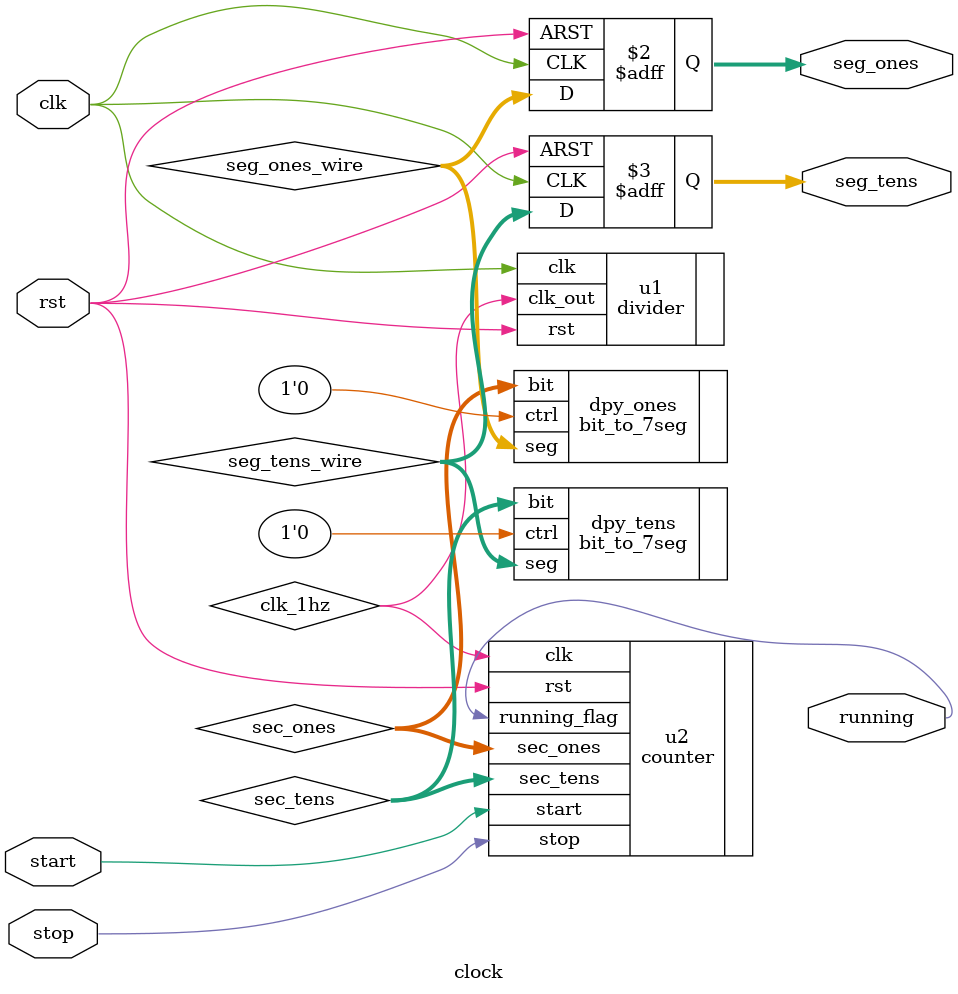
<source format=v>
module clock (
    input wire clk,
    input wire rst,
    input wire start,
    input wire stop,
    output reg [7:0] seg_ones,
    output reg [7:0] seg_tens,
    output wire running
);
    wire clk_1hz;
    wire [3:0] sec_ones;
    wire [3:0] sec_tens;
    
    divider u1 (
        .clk(clk),
        .rst(rst),
        .clk_out(clk_1hz)
    );
    counter u2 (
        .clk(clk_1hz),
        .rst(rst),
        .start(start),
        .stop(stop),
        .sec_ones(sec_ones),
        .sec_tens(sec_tens),
        .running_flag(running)
    );

    wire [7:0] seg_ones_wire;
    wire [7:0] seg_tens_wire;
    bit_to_7seg dpy_ones (
        .ctrl(1'b0),
        .bit(sec_ones),
        .seg(seg_ones_wire)
    );
    bit_to_7seg dpy_tens (
        .ctrl(1'b0),
        .bit(sec_tens),
        .seg(seg_tens_wire)
    );
    
    always @(posedge clk or posedge rst) begin
        if (rst) begin
            seg_ones <= 8'b00000000;
            seg_tens <= 8'b00000000;
        end else begin
            seg_ones <= seg_ones_wire;
            seg_tens <= seg_tens_wire;
        end
    end
endmodule
</source>
